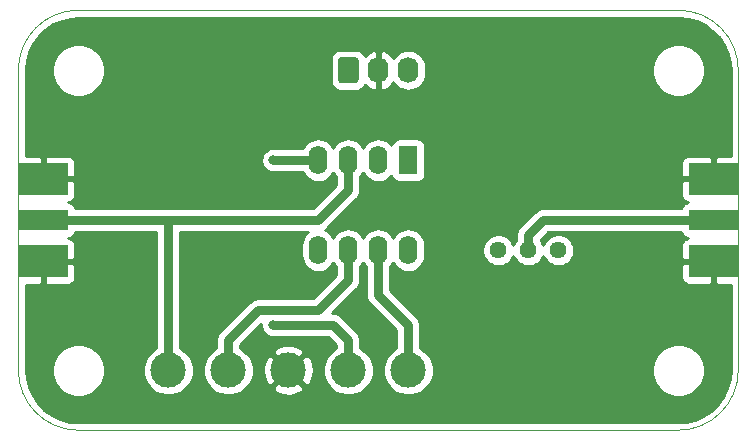
<source format=gbr>
G04 #@! TF.GenerationSoftware,KiCad,Pcbnew,5.1.8+dfsg1-1+b1*
G04 #@! TF.CreationDate,2021-02-01T12:52:58-06:00*
G04 #@! TF.ProjectId,DC_Amplifier,44435f41-6d70-46c6-9966-6965722e6b69,1.1.0*
G04 #@! TF.SameCoordinates,Original*
G04 #@! TF.FileFunction,Copper,L2,Bot*
G04 #@! TF.FilePolarity,Positive*
%FSLAX46Y46*%
G04 Gerber Fmt 4.6, Leading zero omitted, Abs format (unit mm)*
G04 Created by KiCad (PCBNEW 5.1.8+dfsg1-1+b1) date 2021-02-01 12:52:58*
%MOMM*%
%LPD*%
G01*
G04 APERTURE LIST*
G04 #@! TA.AperFunction,Profile*
%ADD10C,0.050000*%
G04 #@! TD*
G04 #@! TA.AperFunction,ComponentPad*
%ADD11C,3.000000*%
G04 #@! TD*
G04 #@! TA.AperFunction,ComponentPad*
%ADD12O,1.600000X2.400000*%
G04 #@! TD*
G04 #@! TA.AperFunction,ComponentPad*
%ADD13R,1.600000X2.400000*%
G04 #@! TD*
G04 #@! TA.AperFunction,ComponentPad*
%ADD14C,1.440000*%
G04 #@! TD*
G04 #@! TA.AperFunction,ComponentPad*
%ADD15O,1.740000X2.200000*%
G04 #@! TD*
G04 #@! TA.AperFunction,SMDPad,CuDef*
%ADD16R,4.191000X1.778000*%
G04 #@! TD*
G04 #@! TA.AperFunction,SMDPad,CuDef*
%ADD17R,4.191000X2.667000*%
G04 #@! TD*
G04 #@! TA.AperFunction,ViaPad*
%ADD18C,0.800000*%
G04 #@! TD*
G04 #@! TA.AperFunction,Conductor*
%ADD19C,0.762000*%
G04 #@! TD*
G04 #@! TA.AperFunction,Conductor*
%ADD20C,0.254000*%
G04 #@! TD*
G04 #@! TA.AperFunction,Conductor*
%ADD21C,0.100000*%
G04 #@! TD*
G04 APERTURE END LIST*
D10*
X127000000Y-71120000D02*
X76200000Y-71120000D01*
X132080000Y-101600000D02*
X132080000Y-76200000D01*
X76200000Y-106680000D02*
X127000000Y-106680000D01*
X71120000Y-76200000D02*
X71120000Y-101600000D01*
X132080000Y-101600000D02*
G75*
G02*
X127000000Y-106680000I-5080000J0D01*
G01*
X76200000Y-106680000D02*
G75*
G02*
X71120000Y-101600000I0J5080000D01*
G01*
X71120000Y-76200000D02*
G75*
G02*
X76200000Y-71120000I5080000J0D01*
G01*
X127000000Y-71120000D02*
G75*
G02*
X132080000Y-76200000I0J-5080000D01*
G01*
D11*
X104140000Y-101600000D03*
X99060000Y-101600000D03*
X93980000Y-101600000D03*
X88900000Y-101600000D03*
X83820000Y-101600000D03*
D12*
X104140000Y-91440000D03*
X96520000Y-83820000D03*
X101600000Y-91440000D03*
X99060000Y-83820000D03*
X99060000Y-91440000D03*
X101600000Y-83820000D03*
X96520000Y-91440000D03*
D13*
X104140000Y-83820000D03*
D14*
X111760000Y-91440000D03*
X114300000Y-91440000D03*
X116840000Y-91440000D03*
D15*
X104140000Y-76200000D03*
X101600000Y-76200000D03*
G04 #@! TA.AperFunction,ComponentPad*
G36*
G01*
X98190000Y-77050001D02*
X98190000Y-75349999D01*
G75*
G02*
X98439999Y-75100000I249999J0D01*
G01*
X99680001Y-75100000D01*
G75*
G02*
X99930000Y-75349999I0J-249999D01*
G01*
X99930000Y-77050001D01*
G75*
G02*
X99680001Y-77300000I-249999J0D01*
G01*
X98439999Y-77300000D01*
G75*
G02*
X98190000Y-77050001I0J249999D01*
G01*
G37*
G04 #@! TD.AperFunction*
D16*
X73215500Y-88900000D03*
D17*
X73215500Y-92392500D03*
X73215500Y-85407500D03*
D16*
X129984500Y-88900000D03*
D17*
X129984500Y-85407500D03*
X129984500Y-92392500D03*
D18*
X92710000Y-83820000D03*
X92710000Y-97790000D03*
D19*
X129984500Y-88900000D02*
X115570000Y-88900000D01*
X115570000Y-88900000D02*
X114300000Y-90170000D01*
X114300000Y-90170000D02*
X114300000Y-91440000D01*
X99060000Y-91440000D02*
X99060000Y-93980000D01*
X99060000Y-93980000D02*
X96520000Y-96520000D01*
X96520000Y-96520000D02*
X91440000Y-96520000D01*
X91440000Y-96520000D02*
X88900000Y-99060000D01*
X88900000Y-99060000D02*
X88900000Y-101600000D01*
X99060000Y-86360000D02*
X96520000Y-88900000D01*
X99060000Y-83820000D02*
X99060000Y-86360000D01*
X83820000Y-101600000D02*
X83820000Y-88900000D01*
X83820000Y-88900000D02*
X73215500Y-88900000D01*
X96520000Y-88900000D02*
X83820000Y-88900000D01*
X104140000Y-101600000D02*
X104140000Y-97790000D01*
X101600000Y-95250000D02*
X101600000Y-91440000D01*
X104140000Y-97790000D02*
X101600000Y-95250000D01*
X96520000Y-83820000D02*
X92710000Y-83820000D01*
X92710000Y-97790000D02*
X97790000Y-97790000D01*
X97790000Y-97790000D02*
X99060000Y-99060000D01*
X99060000Y-99060000D02*
X99060000Y-101600000D01*
D20*
X127782249Y-71852437D02*
X128539774Y-72059672D01*
X129248625Y-72397777D01*
X129886404Y-72856067D01*
X130432946Y-73420055D01*
X130870977Y-74071913D01*
X131186651Y-74791038D01*
X131371206Y-75559768D01*
X131420001Y-76224221D01*
X131420001Y-83437048D01*
X130270250Y-83439000D01*
X130111500Y-83597750D01*
X130111500Y-85280500D01*
X130131500Y-85280500D01*
X130131500Y-85534500D01*
X130111500Y-85534500D01*
X130111500Y-85554500D01*
X129857500Y-85554500D01*
X129857500Y-85534500D01*
X127412750Y-85534500D01*
X127254000Y-85693250D01*
X127250928Y-86741000D01*
X127263188Y-86865482D01*
X127299498Y-86985180D01*
X127358463Y-87095494D01*
X127437815Y-87192185D01*
X127534506Y-87271537D01*
X127644820Y-87330502D01*
X127764518Y-87366812D01*
X127857808Y-87376000D01*
X127764518Y-87385188D01*
X127644820Y-87421498D01*
X127534506Y-87480463D01*
X127437815Y-87559815D01*
X127358463Y-87656506D01*
X127299498Y-87766820D01*
X127263952Y-87884000D01*
X115619893Y-87884000D01*
X115569999Y-87879086D01*
X115520105Y-87884000D01*
X115520098Y-87884000D01*
X115370829Y-87898702D01*
X115179313Y-87956798D01*
X115002810Y-88051140D01*
X114848104Y-88178104D01*
X114816293Y-88216866D01*
X113616872Y-89416288D01*
X113578104Y-89448104D01*
X113451140Y-89602810D01*
X113356798Y-89779314D01*
X113315335Y-89916000D01*
X113298702Y-89970830D01*
X113279085Y-90170000D01*
X113284000Y-90219902D01*
X113284000Y-90539741D01*
X113247503Y-90576238D01*
X113099215Y-90798167D01*
X113030000Y-90965266D01*
X112960785Y-90798167D01*
X112812497Y-90576238D01*
X112623762Y-90387503D01*
X112401833Y-90239215D01*
X112155239Y-90137072D01*
X111893456Y-90085000D01*
X111626544Y-90085000D01*
X111364761Y-90137072D01*
X111118167Y-90239215D01*
X110896238Y-90387503D01*
X110707503Y-90576238D01*
X110559215Y-90798167D01*
X110457072Y-91044761D01*
X110405000Y-91306544D01*
X110405000Y-91573456D01*
X110457072Y-91835239D01*
X110559215Y-92081833D01*
X110707503Y-92303762D01*
X110896238Y-92492497D01*
X111118167Y-92640785D01*
X111364761Y-92742928D01*
X111626544Y-92795000D01*
X111893456Y-92795000D01*
X112155239Y-92742928D01*
X112401833Y-92640785D01*
X112623762Y-92492497D01*
X112812497Y-92303762D01*
X112960785Y-92081833D01*
X113030000Y-91914734D01*
X113099215Y-92081833D01*
X113247503Y-92303762D01*
X113436238Y-92492497D01*
X113658167Y-92640785D01*
X113904761Y-92742928D01*
X114166544Y-92795000D01*
X114433456Y-92795000D01*
X114695239Y-92742928D01*
X114941833Y-92640785D01*
X115163762Y-92492497D01*
X115352497Y-92303762D01*
X115500785Y-92081833D01*
X115570000Y-91914734D01*
X115639215Y-92081833D01*
X115787503Y-92303762D01*
X115976238Y-92492497D01*
X116198167Y-92640785D01*
X116444761Y-92742928D01*
X116706544Y-92795000D01*
X116973456Y-92795000D01*
X117235239Y-92742928D01*
X117481833Y-92640785D01*
X117703762Y-92492497D01*
X117892497Y-92303762D01*
X118040785Y-92081833D01*
X118142928Y-91835239D01*
X118195000Y-91573456D01*
X118195000Y-91306544D01*
X118142928Y-91044761D01*
X118040785Y-90798167D01*
X117892497Y-90576238D01*
X117703762Y-90387503D01*
X117481833Y-90239215D01*
X117235239Y-90137072D01*
X116973456Y-90085000D01*
X116706544Y-90085000D01*
X116444761Y-90137072D01*
X116198167Y-90239215D01*
X115976238Y-90387503D01*
X115787503Y-90576238D01*
X115639215Y-90798167D01*
X115570000Y-90965266D01*
X115500785Y-90798167D01*
X115352497Y-90576238D01*
X115341550Y-90565291D01*
X115990841Y-89916000D01*
X127263952Y-89916000D01*
X127299498Y-90033180D01*
X127358463Y-90143494D01*
X127437815Y-90240185D01*
X127534506Y-90319537D01*
X127644820Y-90378502D01*
X127764518Y-90414812D01*
X127857808Y-90424000D01*
X127764518Y-90433188D01*
X127644820Y-90469498D01*
X127534506Y-90528463D01*
X127437815Y-90607815D01*
X127358463Y-90704506D01*
X127299498Y-90814820D01*
X127263188Y-90934518D01*
X127250928Y-91059000D01*
X127254000Y-92106750D01*
X127412750Y-92265500D01*
X129857500Y-92265500D01*
X129857500Y-92245500D01*
X130111500Y-92245500D01*
X130111500Y-92265500D01*
X130131500Y-92265500D01*
X130131500Y-92519500D01*
X130111500Y-92519500D01*
X130111500Y-94202250D01*
X130270250Y-94361000D01*
X131420000Y-94362952D01*
X131420000Y-101570608D01*
X131347563Y-102382249D01*
X131140328Y-103139774D01*
X130802221Y-103848627D01*
X130343928Y-104486410D01*
X129779945Y-105032946D01*
X129128085Y-105470978D01*
X128408963Y-105786651D01*
X127640232Y-105971206D01*
X126975792Y-106020000D01*
X76229392Y-106020000D01*
X75417751Y-105947563D01*
X74660226Y-105740328D01*
X73951373Y-105402221D01*
X73313590Y-104943928D01*
X72767054Y-104379945D01*
X72329022Y-103728085D01*
X72013349Y-103008963D01*
X71828794Y-102240232D01*
X71780000Y-101575792D01*
X71780000Y-101379872D01*
X73965000Y-101379872D01*
X73965000Y-101820128D01*
X74050890Y-102251925D01*
X74219369Y-102658669D01*
X74463962Y-103024729D01*
X74775271Y-103336038D01*
X75141331Y-103580631D01*
X75548075Y-103749110D01*
X75979872Y-103835000D01*
X76420128Y-103835000D01*
X76851925Y-103749110D01*
X77258669Y-103580631D01*
X77624729Y-103336038D01*
X77936038Y-103024729D01*
X78180631Y-102658669D01*
X78349110Y-102251925D01*
X78435000Y-101820128D01*
X78435000Y-101379872D01*
X78349110Y-100948075D01*
X78180631Y-100541331D01*
X77936038Y-100175271D01*
X77624729Y-99863962D01*
X77258669Y-99619369D01*
X76851925Y-99450890D01*
X76420128Y-99365000D01*
X75979872Y-99365000D01*
X75548075Y-99450890D01*
X75141331Y-99619369D01*
X74775271Y-99863962D01*
X74463962Y-100175271D01*
X74219369Y-100541331D01*
X74050890Y-100948075D01*
X73965000Y-101379872D01*
X71780000Y-101379872D01*
X71780000Y-94362952D01*
X72929750Y-94361000D01*
X73088500Y-94202250D01*
X73088500Y-92519500D01*
X73342500Y-92519500D01*
X73342500Y-94202250D01*
X73501250Y-94361000D01*
X75311000Y-94364072D01*
X75435482Y-94351812D01*
X75555180Y-94315502D01*
X75665494Y-94256537D01*
X75762185Y-94177185D01*
X75841537Y-94080494D01*
X75900502Y-93970180D01*
X75936812Y-93850482D01*
X75949072Y-93726000D01*
X75946000Y-92678250D01*
X75787250Y-92519500D01*
X73342500Y-92519500D01*
X73088500Y-92519500D01*
X73068500Y-92519500D01*
X73068500Y-92265500D01*
X73088500Y-92265500D01*
X73088500Y-92245500D01*
X73342500Y-92245500D01*
X73342500Y-92265500D01*
X75787250Y-92265500D01*
X75946000Y-92106750D01*
X75949072Y-91059000D01*
X75936812Y-90934518D01*
X75900502Y-90814820D01*
X75841537Y-90704506D01*
X75762185Y-90607815D01*
X75665494Y-90528463D01*
X75555180Y-90469498D01*
X75435482Y-90433188D01*
X75342192Y-90424000D01*
X75435482Y-90414812D01*
X75555180Y-90378502D01*
X75665494Y-90319537D01*
X75762185Y-90240185D01*
X75841537Y-90143494D01*
X75900502Y-90033180D01*
X75936048Y-89916000D01*
X82804001Y-89916000D01*
X82804000Y-99711127D01*
X82459017Y-99941637D01*
X82161637Y-100239017D01*
X81927988Y-100588698D01*
X81767047Y-100977244D01*
X81685000Y-101389721D01*
X81685000Y-101810279D01*
X81767047Y-102222756D01*
X81927988Y-102611302D01*
X82161637Y-102960983D01*
X82459017Y-103258363D01*
X82808698Y-103492012D01*
X83197244Y-103652953D01*
X83609721Y-103735000D01*
X84030279Y-103735000D01*
X84442756Y-103652953D01*
X84831302Y-103492012D01*
X85180983Y-103258363D01*
X85478363Y-102960983D01*
X85712012Y-102611302D01*
X85872953Y-102222756D01*
X85955000Y-101810279D01*
X85955000Y-101389721D01*
X85872953Y-100977244D01*
X85712012Y-100588698D01*
X85478363Y-100239017D01*
X85180983Y-99941637D01*
X84836000Y-99711127D01*
X84836000Y-89916000D01*
X95627595Y-89916000D01*
X95500393Y-90020392D01*
X95321068Y-90238899D01*
X95187818Y-90488192D01*
X95105764Y-90758691D01*
X95085000Y-90969508D01*
X95085000Y-91910491D01*
X95105764Y-92121308D01*
X95187818Y-92391807D01*
X95321068Y-92641100D01*
X95500392Y-92859607D01*
X95718899Y-93038932D01*
X95968192Y-93172182D01*
X96238691Y-93254236D01*
X96520000Y-93281943D01*
X96801308Y-93254236D01*
X97071807Y-93172182D01*
X97321100Y-93038932D01*
X97539607Y-92859608D01*
X97718932Y-92641101D01*
X97790000Y-92508142D01*
X97861068Y-92641100D01*
X98040392Y-92859607D01*
X98044001Y-92862568D01*
X98044001Y-93559158D01*
X96099160Y-95504000D01*
X91489893Y-95504000D01*
X91439999Y-95499086D01*
X91390105Y-95504000D01*
X91390098Y-95504000D01*
X91260177Y-95516796D01*
X91240828Y-95518702D01*
X91182732Y-95536326D01*
X91049313Y-95576798D01*
X90872810Y-95671140D01*
X90718104Y-95798104D01*
X90686293Y-95836866D01*
X88216872Y-98306288D01*
X88178104Y-98338104D01*
X88051140Y-98492810D01*
X87956798Y-98669314D01*
X87915335Y-98806000D01*
X87898702Y-98860830D01*
X87879085Y-99060000D01*
X87884000Y-99109902D01*
X87884000Y-99711127D01*
X87539017Y-99941637D01*
X87241637Y-100239017D01*
X87007988Y-100588698D01*
X86847047Y-100977244D01*
X86765000Y-101389721D01*
X86765000Y-101810279D01*
X86847047Y-102222756D01*
X87007988Y-102611302D01*
X87241637Y-102960983D01*
X87539017Y-103258363D01*
X87888698Y-103492012D01*
X88277244Y-103652953D01*
X88689721Y-103735000D01*
X89110279Y-103735000D01*
X89522756Y-103652953D01*
X89911302Y-103492012D01*
X90260983Y-103258363D01*
X90427693Y-103091653D01*
X92667952Y-103091653D01*
X92823962Y-103407214D01*
X93198745Y-103598020D01*
X93603551Y-103712044D01*
X94022824Y-103744902D01*
X94440451Y-103695334D01*
X94840383Y-103565243D01*
X95136038Y-103407214D01*
X95292048Y-103091653D01*
X93980000Y-101779605D01*
X92667952Y-103091653D01*
X90427693Y-103091653D01*
X90558363Y-102960983D01*
X90792012Y-102611302D01*
X90952953Y-102222756D01*
X91035000Y-101810279D01*
X91035000Y-101642824D01*
X91835098Y-101642824D01*
X91884666Y-102060451D01*
X92014757Y-102460383D01*
X92172786Y-102756038D01*
X92488347Y-102912048D01*
X93800395Y-101600000D01*
X94159605Y-101600000D01*
X95471653Y-102912048D01*
X95787214Y-102756038D01*
X95978020Y-102381255D01*
X96092044Y-101976449D01*
X96124902Y-101557176D01*
X96075334Y-101139549D01*
X95945243Y-100739617D01*
X95787214Y-100443962D01*
X95471653Y-100287952D01*
X94159605Y-101600000D01*
X93800395Y-101600000D01*
X92488347Y-100287952D01*
X92172786Y-100443962D01*
X91981980Y-100818745D01*
X91867956Y-101223551D01*
X91835098Y-101642824D01*
X91035000Y-101642824D01*
X91035000Y-101389721D01*
X90952953Y-100977244D01*
X90792012Y-100588698D01*
X90558363Y-100239017D01*
X90427693Y-100108347D01*
X92667952Y-100108347D01*
X93980000Y-101420395D01*
X95292048Y-100108347D01*
X95136038Y-99792786D01*
X94761255Y-99601980D01*
X94356449Y-99487956D01*
X93937176Y-99455098D01*
X93519549Y-99504666D01*
X93119617Y-99634757D01*
X92823962Y-99792786D01*
X92667952Y-100108347D01*
X90427693Y-100108347D01*
X90260983Y-99941637D01*
X89916000Y-99711127D01*
X89916000Y-99480840D01*
X91675000Y-97721841D01*
X91675000Y-97891939D01*
X91714774Y-98091898D01*
X91792795Y-98280256D01*
X91906063Y-98449774D01*
X92050226Y-98593937D01*
X92219744Y-98707205D01*
X92408102Y-98785226D01*
X92608061Y-98825000D01*
X92811939Y-98825000D01*
X92907459Y-98806000D01*
X97369160Y-98806000D01*
X98044000Y-99480841D01*
X98044000Y-99711127D01*
X97699017Y-99941637D01*
X97401637Y-100239017D01*
X97167988Y-100588698D01*
X97007047Y-100977244D01*
X96925000Y-101389721D01*
X96925000Y-101810279D01*
X97007047Y-102222756D01*
X97167988Y-102611302D01*
X97401637Y-102960983D01*
X97699017Y-103258363D01*
X98048698Y-103492012D01*
X98437244Y-103652953D01*
X98849721Y-103735000D01*
X99270279Y-103735000D01*
X99682756Y-103652953D01*
X100071302Y-103492012D01*
X100420983Y-103258363D01*
X100718363Y-102960983D01*
X100952012Y-102611302D01*
X101112953Y-102222756D01*
X101195000Y-101810279D01*
X101195000Y-101389721D01*
X101112953Y-100977244D01*
X100952012Y-100588698D01*
X100718363Y-100239017D01*
X100420983Y-99941637D01*
X100076000Y-99711127D01*
X100076000Y-99109893D01*
X100080914Y-99059999D01*
X100076000Y-99010105D01*
X100076000Y-99010098D01*
X100061298Y-98860829D01*
X100003202Y-98669313D01*
X99908860Y-98492810D01*
X99781896Y-98338104D01*
X99743133Y-98306292D01*
X98543712Y-97106872D01*
X98511896Y-97068104D01*
X98357190Y-96941140D01*
X98180687Y-96846798D01*
X97989171Y-96788702D01*
X97839902Y-96774000D01*
X97790000Y-96769085D01*
X97740098Y-96774000D01*
X97702840Y-96774000D01*
X99743133Y-94733708D01*
X99781896Y-94701896D01*
X99908860Y-94547190D01*
X100003202Y-94370687D01*
X100061298Y-94179171D01*
X100076000Y-94029902D01*
X100076000Y-94029895D01*
X100080914Y-93980001D01*
X100076000Y-93930107D01*
X100076000Y-92862568D01*
X100079607Y-92859608D01*
X100258932Y-92641101D01*
X100330000Y-92508142D01*
X100401068Y-92641100D01*
X100580392Y-92859607D01*
X100584001Y-92862569D01*
X100584000Y-95200098D01*
X100579085Y-95250000D01*
X100584000Y-95299901D01*
X100598702Y-95449170D01*
X100656798Y-95640686D01*
X100751140Y-95817190D01*
X100878104Y-95971896D01*
X100916872Y-96003712D01*
X103124001Y-98210842D01*
X103124000Y-99711127D01*
X102779017Y-99941637D01*
X102481637Y-100239017D01*
X102247988Y-100588698D01*
X102087047Y-100977244D01*
X102005000Y-101389721D01*
X102005000Y-101810279D01*
X102087047Y-102222756D01*
X102247988Y-102611302D01*
X102481637Y-102960983D01*
X102779017Y-103258363D01*
X103128698Y-103492012D01*
X103517244Y-103652953D01*
X103929721Y-103735000D01*
X104350279Y-103735000D01*
X104762756Y-103652953D01*
X105151302Y-103492012D01*
X105500983Y-103258363D01*
X105798363Y-102960983D01*
X106032012Y-102611302D01*
X106192953Y-102222756D01*
X106275000Y-101810279D01*
X106275000Y-101389721D01*
X106273041Y-101379872D01*
X124765000Y-101379872D01*
X124765000Y-101820128D01*
X124850890Y-102251925D01*
X125019369Y-102658669D01*
X125263962Y-103024729D01*
X125575271Y-103336038D01*
X125941331Y-103580631D01*
X126348075Y-103749110D01*
X126779872Y-103835000D01*
X127220128Y-103835000D01*
X127651925Y-103749110D01*
X128058669Y-103580631D01*
X128424729Y-103336038D01*
X128736038Y-103024729D01*
X128980631Y-102658669D01*
X129149110Y-102251925D01*
X129235000Y-101820128D01*
X129235000Y-101379872D01*
X129149110Y-100948075D01*
X128980631Y-100541331D01*
X128736038Y-100175271D01*
X128424729Y-99863962D01*
X128058669Y-99619369D01*
X127651925Y-99450890D01*
X127220128Y-99365000D01*
X126779872Y-99365000D01*
X126348075Y-99450890D01*
X125941331Y-99619369D01*
X125575271Y-99863962D01*
X125263962Y-100175271D01*
X125019369Y-100541331D01*
X124850890Y-100948075D01*
X124765000Y-101379872D01*
X106273041Y-101379872D01*
X106192953Y-100977244D01*
X106032012Y-100588698D01*
X105798363Y-100239017D01*
X105500983Y-99941637D01*
X105156000Y-99711127D01*
X105156000Y-97839893D01*
X105160914Y-97789999D01*
X105156000Y-97740105D01*
X105156000Y-97740098D01*
X105141298Y-97590829D01*
X105083202Y-97399313D01*
X104988860Y-97222810D01*
X104861896Y-97068104D01*
X104823133Y-97036292D01*
X102616000Y-94829160D01*
X102616000Y-93726000D01*
X127250928Y-93726000D01*
X127263188Y-93850482D01*
X127299498Y-93970180D01*
X127358463Y-94080494D01*
X127437815Y-94177185D01*
X127534506Y-94256537D01*
X127644820Y-94315502D01*
X127764518Y-94351812D01*
X127889000Y-94364072D01*
X129698750Y-94361000D01*
X129857500Y-94202250D01*
X129857500Y-92519500D01*
X127412750Y-92519500D01*
X127254000Y-92678250D01*
X127250928Y-93726000D01*
X102616000Y-93726000D01*
X102616000Y-92862568D01*
X102619607Y-92859608D01*
X102798932Y-92641101D01*
X102870000Y-92508142D01*
X102941068Y-92641100D01*
X103120392Y-92859607D01*
X103338899Y-93038932D01*
X103588192Y-93172182D01*
X103858691Y-93254236D01*
X104140000Y-93281943D01*
X104421308Y-93254236D01*
X104691807Y-93172182D01*
X104941100Y-93038932D01*
X105159607Y-92859608D01*
X105338932Y-92641101D01*
X105472182Y-92391808D01*
X105554236Y-92121309D01*
X105575000Y-91910492D01*
X105575000Y-90969509D01*
X105554236Y-90758691D01*
X105472182Y-90488192D01*
X105338932Y-90238899D01*
X105159608Y-90020392D01*
X104941101Y-89841068D01*
X104691808Y-89707818D01*
X104421309Y-89625764D01*
X104140000Y-89598057D01*
X103858692Y-89625764D01*
X103588193Y-89707818D01*
X103338900Y-89841068D01*
X103120393Y-90020392D01*
X102941068Y-90238899D01*
X102870000Y-90371858D01*
X102798932Y-90238899D01*
X102619608Y-90020392D01*
X102401101Y-89841068D01*
X102151808Y-89707818D01*
X101881309Y-89625764D01*
X101600000Y-89598057D01*
X101318692Y-89625764D01*
X101048193Y-89707818D01*
X100798900Y-89841068D01*
X100580393Y-90020392D01*
X100401068Y-90238899D01*
X100330000Y-90371858D01*
X100258932Y-90238899D01*
X100079608Y-90020392D01*
X99861101Y-89841068D01*
X99611808Y-89707818D01*
X99341309Y-89625764D01*
X99060000Y-89598057D01*
X98778692Y-89625764D01*
X98508193Y-89707818D01*
X98258900Y-89841068D01*
X98040393Y-90020392D01*
X97861068Y-90238899D01*
X97790000Y-90371858D01*
X97718932Y-90238899D01*
X97539608Y-90020392D01*
X97321101Y-89841068D01*
X97111408Y-89728985D01*
X97241896Y-89621896D01*
X97273712Y-89583128D01*
X99743133Y-87113708D01*
X99781896Y-87081896D01*
X99908860Y-86927190D01*
X100003202Y-86750687D01*
X100061298Y-86559171D01*
X100076000Y-86409902D01*
X100076000Y-86409895D01*
X100080914Y-86360001D01*
X100076000Y-86310107D01*
X100076000Y-85242568D01*
X100079607Y-85239608D01*
X100258932Y-85021101D01*
X100330000Y-84888142D01*
X100401068Y-85021100D01*
X100580392Y-85239607D01*
X100798899Y-85418932D01*
X101048192Y-85552182D01*
X101318691Y-85634236D01*
X101600000Y-85661943D01*
X101881308Y-85634236D01*
X102151807Y-85552182D01*
X102401100Y-85418932D01*
X102619607Y-85239608D01*
X102712419Y-85126517D01*
X102714188Y-85144482D01*
X102750498Y-85264180D01*
X102809463Y-85374494D01*
X102888815Y-85471185D01*
X102985506Y-85550537D01*
X103095820Y-85609502D01*
X103215518Y-85645812D01*
X103340000Y-85658072D01*
X104940000Y-85658072D01*
X105064482Y-85645812D01*
X105184180Y-85609502D01*
X105294494Y-85550537D01*
X105391185Y-85471185D01*
X105470537Y-85374494D01*
X105529502Y-85264180D01*
X105565812Y-85144482D01*
X105578072Y-85020000D01*
X105578072Y-84074000D01*
X127250928Y-84074000D01*
X127254000Y-85121750D01*
X127412750Y-85280500D01*
X129857500Y-85280500D01*
X129857500Y-83597750D01*
X129698750Y-83439000D01*
X127889000Y-83435928D01*
X127764518Y-83448188D01*
X127644820Y-83484498D01*
X127534506Y-83543463D01*
X127437815Y-83622815D01*
X127358463Y-83719506D01*
X127299498Y-83829820D01*
X127263188Y-83949518D01*
X127250928Y-84074000D01*
X105578072Y-84074000D01*
X105578072Y-82620000D01*
X105565812Y-82495518D01*
X105529502Y-82375820D01*
X105470537Y-82265506D01*
X105391185Y-82168815D01*
X105294494Y-82089463D01*
X105184180Y-82030498D01*
X105064482Y-81994188D01*
X104940000Y-81981928D01*
X103340000Y-81981928D01*
X103215518Y-81994188D01*
X103095820Y-82030498D01*
X102985506Y-82089463D01*
X102888815Y-82168815D01*
X102809463Y-82265506D01*
X102750498Y-82375820D01*
X102714188Y-82495518D01*
X102712419Y-82513482D01*
X102619608Y-82400392D01*
X102401101Y-82221068D01*
X102151808Y-82087818D01*
X101881309Y-82005764D01*
X101600000Y-81978057D01*
X101318692Y-82005764D01*
X101048193Y-82087818D01*
X100798900Y-82221068D01*
X100580393Y-82400392D01*
X100401068Y-82618899D01*
X100330000Y-82751858D01*
X100258932Y-82618899D01*
X100079608Y-82400392D01*
X99861101Y-82221068D01*
X99611808Y-82087818D01*
X99341309Y-82005764D01*
X99060000Y-81978057D01*
X98778692Y-82005764D01*
X98508193Y-82087818D01*
X98258900Y-82221068D01*
X98040393Y-82400392D01*
X97861068Y-82618899D01*
X97790000Y-82751858D01*
X97718932Y-82618899D01*
X97539608Y-82400392D01*
X97321101Y-82221068D01*
X97071808Y-82087818D01*
X96801309Y-82005764D01*
X96520000Y-81978057D01*
X96238692Y-82005764D01*
X95968193Y-82087818D01*
X95718900Y-82221068D01*
X95500393Y-82400392D01*
X95321068Y-82618899D01*
X95222129Y-82804000D01*
X92907459Y-82804000D01*
X92811939Y-82785000D01*
X92608061Y-82785000D01*
X92408102Y-82824774D01*
X92219744Y-82902795D01*
X92050226Y-83016063D01*
X91906063Y-83160226D01*
X91792795Y-83329744D01*
X91714774Y-83518102D01*
X91675000Y-83718061D01*
X91675000Y-83921939D01*
X91714774Y-84121898D01*
X91792795Y-84310256D01*
X91906063Y-84479774D01*
X92050226Y-84623937D01*
X92219744Y-84737205D01*
X92408102Y-84815226D01*
X92608061Y-84855000D01*
X92811939Y-84855000D01*
X92907459Y-84836000D01*
X95222130Y-84836000D01*
X95321068Y-85021100D01*
X95500392Y-85239607D01*
X95718899Y-85418932D01*
X95968192Y-85552182D01*
X96238691Y-85634236D01*
X96520000Y-85661943D01*
X96801308Y-85634236D01*
X97071807Y-85552182D01*
X97321100Y-85418932D01*
X97539607Y-85239608D01*
X97718932Y-85021101D01*
X97790000Y-84888142D01*
X97861068Y-85021100D01*
X98040392Y-85239607D01*
X98044001Y-85242568D01*
X98044001Y-85939158D01*
X96099160Y-87884000D01*
X83869902Y-87884000D01*
X83820000Y-87879085D01*
X83770098Y-87884000D01*
X75936048Y-87884000D01*
X75900502Y-87766820D01*
X75841537Y-87656506D01*
X75762185Y-87559815D01*
X75665494Y-87480463D01*
X75555180Y-87421498D01*
X75435482Y-87385188D01*
X75342192Y-87376000D01*
X75435482Y-87366812D01*
X75555180Y-87330502D01*
X75665494Y-87271537D01*
X75762185Y-87192185D01*
X75841537Y-87095494D01*
X75900502Y-86985180D01*
X75936812Y-86865482D01*
X75949072Y-86741000D01*
X75946000Y-85693250D01*
X75787250Y-85534500D01*
X73342500Y-85534500D01*
X73342500Y-85554500D01*
X73088500Y-85554500D01*
X73088500Y-85534500D01*
X73068500Y-85534500D01*
X73068500Y-85280500D01*
X73088500Y-85280500D01*
X73088500Y-83597750D01*
X73342500Y-83597750D01*
X73342500Y-85280500D01*
X75787250Y-85280500D01*
X75946000Y-85121750D01*
X75949072Y-84074000D01*
X75936812Y-83949518D01*
X75900502Y-83829820D01*
X75841537Y-83719506D01*
X75762185Y-83622815D01*
X75665494Y-83543463D01*
X75555180Y-83484498D01*
X75435482Y-83448188D01*
X75311000Y-83435928D01*
X73501250Y-83439000D01*
X73342500Y-83597750D01*
X73088500Y-83597750D01*
X72929750Y-83439000D01*
X71780000Y-83437048D01*
X71780000Y-76229392D01*
X71802269Y-75979872D01*
X73965000Y-75979872D01*
X73965000Y-76420128D01*
X74050890Y-76851925D01*
X74219369Y-77258669D01*
X74463962Y-77624729D01*
X74775271Y-77936038D01*
X75141331Y-78180631D01*
X75548075Y-78349110D01*
X75979872Y-78435000D01*
X76420128Y-78435000D01*
X76851925Y-78349110D01*
X77258669Y-78180631D01*
X77624729Y-77936038D01*
X77936038Y-77624729D01*
X78180631Y-77258669D01*
X78349110Y-76851925D01*
X78435000Y-76420128D01*
X78435000Y-75979872D01*
X78349110Y-75548075D01*
X78267065Y-75349999D01*
X97551928Y-75349999D01*
X97551928Y-77050001D01*
X97568992Y-77223255D01*
X97619528Y-77389851D01*
X97701595Y-77543387D01*
X97812038Y-77677962D01*
X97946613Y-77788405D01*
X98100149Y-77870472D01*
X98266745Y-77921008D01*
X98439999Y-77938072D01*
X99680001Y-77938072D01*
X99853255Y-77921008D01*
X100019851Y-77870472D01*
X100173387Y-77788405D01*
X100307962Y-77677962D01*
X100418405Y-77543387D01*
X100476507Y-77434686D01*
X100629506Y-77590536D01*
X100874563Y-77757571D01*
X101147498Y-77873588D01*
X101239969Y-77891302D01*
X101473000Y-77770246D01*
X101473000Y-76327000D01*
X101453000Y-76327000D01*
X101453000Y-76073000D01*
X101473000Y-76073000D01*
X101473000Y-74629754D01*
X101727000Y-74629754D01*
X101727000Y-76073000D01*
X101747000Y-76073000D01*
X101747000Y-76327000D01*
X101727000Y-76327000D01*
X101727000Y-77770246D01*
X101960031Y-77891302D01*
X102052502Y-77873588D01*
X102325437Y-77757571D01*
X102570494Y-77590536D01*
X102778256Y-77378903D01*
X102867698Y-77242331D01*
X102882583Y-77270179D01*
X103070655Y-77499345D01*
X103299822Y-77687417D01*
X103561276Y-77827166D01*
X103844969Y-77913224D01*
X104140000Y-77942282D01*
X104435032Y-77913224D01*
X104718725Y-77827166D01*
X104980179Y-77687417D01*
X105209345Y-77499345D01*
X105397417Y-77270179D01*
X105537166Y-77008724D01*
X105623224Y-76725031D01*
X105645000Y-76503935D01*
X105645000Y-75979872D01*
X124765000Y-75979872D01*
X124765000Y-76420128D01*
X124850890Y-76851925D01*
X125019369Y-77258669D01*
X125263962Y-77624729D01*
X125575271Y-77936038D01*
X125941331Y-78180631D01*
X126348075Y-78349110D01*
X126779872Y-78435000D01*
X127220128Y-78435000D01*
X127651925Y-78349110D01*
X128058669Y-78180631D01*
X128424729Y-77936038D01*
X128736038Y-77624729D01*
X128980631Y-77258669D01*
X129149110Y-76851925D01*
X129235000Y-76420128D01*
X129235000Y-75979872D01*
X129149110Y-75548075D01*
X128980631Y-75141331D01*
X128736038Y-74775271D01*
X128424729Y-74463962D01*
X128058669Y-74219369D01*
X127651925Y-74050890D01*
X127220128Y-73965000D01*
X126779872Y-73965000D01*
X126348075Y-74050890D01*
X125941331Y-74219369D01*
X125575271Y-74463962D01*
X125263962Y-74775271D01*
X125019369Y-75141331D01*
X124850890Y-75548075D01*
X124765000Y-75979872D01*
X105645000Y-75979872D01*
X105645000Y-75896064D01*
X105623224Y-75674968D01*
X105537166Y-75391275D01*
X105397417Y-75129821D01*
X105209345Y-74900655D01*
X104980178Y-74712583D01*
X104718724Y-74572834D01*
X104435031Y-74486776D01*
X104140000Y-74457718D01*
X103844968Y-74486776D01*
X103561275Y-74572834D01*
X103299821Y-74712583D01*
X103070655Y-74900655D01*
X102882583Y-75129822D01*
X102867698Y-75157669D01*
X102778256Y-75021097D01*
X102570494Y-74809464D01*
X102325437Y-74642429D01*
X102052502Y-74526412D01*
X101960031Y-74508698D01*
X101727000Y-74629754D01*
X101473000Y-74629754D01*
X101239969Y-74508698D01*
X101147498Y-74526412D01*
X100874563Y-74642429D01*
X100629506Y-74809464D01*
X100476507Y-74965314D01*
X100418405Y-74856613D01*
X100307962Y-74722038D01*
X100173387Y-74611595D01*
X100019851Y-74529528D01*
X99853255Y-74478992D01*
X99680001Y-74461928D01*
X98439999Y-74461928D01*
X98266745Y-74478992D01*
X98100149Y-74529528D01*
X97946613Y-74611595D01*
X97812038Y-74722038D01*
X97701595Y-74856613D01*
X97619528Y-75010149D01*
X97568992Y-75176745D01*
X97551928Y-75349999D01*
X78267065Y-75349999D01*
X78180631Y-75141331D01*
X77936038Y-74775271D01*
X77624729Y-74463962D01*
X77258669Y-74219369D01*
X76851925Y-74050890D01*
X76420128Y-73965000D01*
X75979872Y-73965000D01*
X75548075Y-74050890D01*
X75141331Y-74219369D01*
X74775271Y-74463962D01*
X74463962Y-74775271D01*
X74219369Y-75141331D01*
X74050890Y-75548075D01*
X73965000Y-75979872D01*
X71802269Y-75979872D01*
X71852437Y-75417751D01*
X72059672Y-74660226D01*
X72397777Y-73951375D01*
X72856067Y-73313596D01*
X73420055Y-72767054D01*
X74071913Y-72329023D01*
X74791038Y-72013349D01*
X75559768Y-71828794D01*
X76224207Y-71780000D01*
X126970608Y-71780000D01*
X127782249Y-71852437D01*
G04 #@! TA.AperFunction,Conductor*
D21*
G36*
X127782249Y-71852437D02*
G01*
X128539774Y-72059672D01*
X129248625Y-72397777D01*
X129886404Y-72856067D01*
X130432946Y-73420055D01*
X130870977Y-74071913D01*
X131186651Y-74791038D01*
X131371206Y-75559768D01*
X131420001Y-76224221D01*
X131420001Y-83437048D01*
X130270250Y-83439000D01*
X130111500Y-83597750D01*
X130111500Y-85280500D01*
X130131500Y-85280500D01*
X130131500Y-85534500D01*
X130111500Y-85534500D01*
X130111500Y-85554500D01*
X129857500Y-85554500D01*
X129857500Y-85534500D01*
X127412750Y-85534500D01*
X127254000Y-85693250D01*
X127250928Y-86741000D01*
X127263188Y-86865482D01*
X127299498Y-86985180D01*
X127358463Y-87095494D01*
X127437815Y-87192185D01*
X127534506Y-87271537D01*
X127644820Y-87330502D01*
X127764518Y-87366812D01*
X127857808Y-87376000D01*
X127764518Y-87385188D01*
X127644820Y-87421498D01*
X127534506Y-87480463D01*
X127437815Y-87559815D01*
X127358463Y-87656506D01*
X127299498Y-87766820D01*
X127263952Y-87884000D01*
X115619893Y-87884000D01*
X115569999Y-87879086D01*
X115520105Y-87884000D01*
X115520098Y-87884000D01*
X115370829Y-87898702D01*
X115179313Y-87956798D01*
X115002810Y-88051140D01*
X114848104Y-88178104D01*
X114816293Y-88216866D01*
X113616872Y-89416288D01*
X113578104Y-89448104D01*
X113451140Y-89602810D01*
X113356798Y-89779314D01*
X113315335Y-89916000D01*
X113298702Y-89970830D01*
X113279085Y-90170000D01*
X113284000Y-90219902D01*
X113284000Y-90539741D01*
X113247503Y-90576238D01*
X113099215Y-90798167D01*
X113030000Y-90965266D01*
X112960785Y-90798167D01*
X112812497Y-90576238D01*
X112623762Y-90387503D01*
X112401833Y-90239215D01*
X112155239Y-90137072D01*
X111893456Y-90085000D01*
X111626544Y-90085000D01*
X111364761Y-90137072D01*
X111118167Y-90239215D01*
X110896238Y-90387503D01*
X110707503Y-90576238D01*
X110559215Y-90798167D01*
X110457072Y-91044761D01*
X110405000Y-91306544D01*
X110405000Y-91573456D01*
X110457072Y-91835239D01*
X110559215Y-92081833D01*
X110707503Y-92303762D01*
X110896238Y-92492497D01*
X111118167Y-92640785D01*
X111364761Y-92742928D01*
X111626544Y-92795000D01*
X111893456Y-92795000D01*
X112155239Y-92742928D01*
X112401833Y-92640785D01*
X112623762Y-92492497D01*
X112812497Y-92303762D01*
X112960785Y-92081833D01*
X113030000Y-91914734D01*
X113099215Y-92081833D01*
X113247503Y-92303762D01*
X113436238Y-92492497D01*
X113658167Y-92640785D01*
X113904761Y-92742928D01*
X114166544Y-92795000D01*
X114433456Y-92795000D01*
X114695239Y-92742928D01*
X114941833Y-92640785D01*
X115163762Y-92492497D01*
X115352497Y-92303762D01*
X115500785Y-92081833D01*
X115570000Y-91914734D01*
X115639215Y-92081833D01*
X115787503Y-92303762D01*
X115976238Y-92492497D01*
X116198167Y-92640785D01*
X116444761Y-92742928D01*
X116706544Y-92795000D01*
X116973456Y-92795000D01*
X117235239Y-92742928D01*
X117481833Y-92640785D01*
X117703762Y-92492497D01*
X117892497Y-92303762D01*
X118040785Y-92081833D01*
X118142928Y-91835239D01*
X118195000Y-91573456D01*
X118195000Y-91306544D01*
X118142928Y-91044761D01*
X118040785Y-90798167D01*
X117892497Y-90576238D01*
X117703762Y-90387503D01*
X117481833Y-90239215D01*
X117235239Y-90137072D01*
X116973456Y-90085000D01*
X116706544Y-90085000D01*
X116444761Y-90137072D01*
X116198167Y-90239215D01*
X115976238Y-90387503D01*
X115787503Y-90576238D01*
X115639215Y-90798167D01*
X115570000Y-90965266D01*
X115500785Y-90798167D01*
X115352497Y-90576238D01*
X115341550Y-90565291D01*
X115990841Y-89916000D01*
X127263952Y-89916000D01*
X127299498Y-90033180D01*
X127358463Y-90143494D01*
X127437815Y-90240185D01*
X127534506Y-90319537D01*
X127644820Y-90378502D01*
X127764518Y-90414812D01*
X127857808Y-90424000D01*
X127764518Y-90433188D01*
X127644820Y-90469498D01*
X127534506Y-90528463D01*
X127437815Y-90607815D01*
X127358463Y-90704506D01*
X127299498Y-90814820D01*
X127263188Y-90934518D01*
X127250928Y-91059000D01*
X127254000Y-92106750D01*
X127412750Y-92265500D01*
X129857500Y-92265500D01*
X129857500Y-92245500D01*
X130111500Y-92245500D01*
X130111500Y-92265500D01*
X130131500Y-92265500D01*
X130131500Y-92519500D01*
X130111500Y-92519500D01*
X130111500Y-94202250D01*
X130270250Y-94361000D01*
X131420000Y-94362952D01*
X131420000Y-101570608D01*
X131347563Y-102382249D01*
X131140328Y-103139774D01*
X130802221Y-103848627D01*
X130343928Y-104486410D01*
X129779945Y-105032946D01*
X129128085Y-105470978D01*
X128408963Y-105786651D01*
X127640232Y-105971206D01*
X126975792Y-106020000D01*
X76229392Y-106020000D01*
X75417751Y-105947563D01*
X74660226Y-105740328D01*
X73951373Y-105402221D01*
X73313590Y-104943928D01*
X72767054Y-104379945D01*
X72329022Y-103728085D01*
X72013349Y-103008963D01*
X71828794Y-102240232D01*
X71780000Y-101575792D01*
X71780000Y-101379872D01*
X73965000Y-101379872D01*
X73965000Y-101820128D01*
X74050890Y-102251925D01*
X74219369Y-102658669D01*
X74463962Y-103024729D01*
X74775271Y-103336038D01*
X75141331Y-103580631D01*
X75548075Y-103749110D01*
X75979872Y-103835000D01*
X76420128Y-103835000D01*
X76851925Y-103749110D01*
X77258669Y-103580631D01*
X77624729Y-103336038D01*
X77936038Y-103024729D01*
X78180631Y-102658669D01*
X78349110Y-102251925D01*
X78435000Y-101820128D01*
X78435000Y-101379872D01*
X78349110Y-100948075D01*
X78180631Y-100541331D01*
X77936038Y-100175271D01*
X77624729Y-99863962D01*
X77258669Y-99619369D01*
X76851925Y-99450890D01*
X76420128Y-99365000D01*
X75979872Y-99365000D01*
X75548075Y-99450890D01*
X75141331Y-99619369D01*
X74775271Y-99863962D01*
X74463962Y-100175271D01*
X74219369Y-100541331D01*
X74050890Y-100948075D01*
X73965000Y-101379872D01*
X71780000Y-101379872D01*
X71780000Y-94362952D01*
X72929750Y-94361000D01*
X73088500Y-94202250D01*
X73088500Y-92519500D01*
X73342500Y-92519500D01*
X73342500Y-94202250D01*
X73501250Y-94361000D01*
X75311000Y-94364072D01*
X75435482Y-94351812D01*
X75555180Y-94315502D01*
X75665494Y-94256537D01*
X75762185Y-94177185D01*
X75841537Y-94080494D01*
X75900502Y-93970180D01*
X75936812Y-93850482D01*
X75949072Y-93726000D01*
X75946000Y-92678250D01*
X75787250Y-92519500D01*
X73342500Y-92519500D01*
X73088500Y-92519500D01*
X73068500Y-92519500D01*
X73068500Y-92265500D01*
X73088500Y-92265500D01*
X73088500Y-92245500D01*
X73342500Y-92245500D01*
X73342500Y-92265500D01*
X75787250Y-92265500D01*
X75946000Y-92106750D01*
X75949072Y-91059000D01*
X75936812Y-90934518D01*
X75900502Y-90814820D01*
X75841537Y-90704506D01*
X75762185Y-90607815D01*
X75665494Y-90528463D01*
X75555180Y-90469498D01*
X75435482Y-90433188D01*
X75342192Y-90424000D01*
X75435482Y-90414812D01*
X75555180Y-90378502D01*
X75665494Y-90319537D01*
X75762185Y-90240185D01*
X75841537Y-90143494D01*
X75900502Y-90033180D01*
X75936048Y-89916000D01*
X82804001Y-89916000D01*
X82804000Y-99711127D01*
X82459017Y-99941637D01*
X82161637Y-100239017D01*
X81927988Y-100588698D01*
X81767047Y-100977244D01*
X81685000Y-101389721D01*
X81685000Y-101810279D01*
X81767047Y-102222756D01*
X81927988Y-102611302D01*
X82161637Y-102960983D01*
X82459017Y-103258363D01*
X82808698Y-103492012D01*
X83197244Y-103652953D01*
X83609721Y-103735000D01*
X84030279Y-103735000D01*
X84442756Y-103652953D01*
X84831302Y-103492012D01*
X85180983Y-103258363D01*
X85478363Y-102960983D01*
X85712012Y-102611302D01*
X85872953Y-102222756D01*
X85955000Y-101810279D01*
X85955000Y-101389721D01*
X85872953Y-100977244D01*
X85712012Y-100588698D01*
X85478363Y-100239017D01*
X85180983Y-99941637D01*
X84836000Y-99711127D01*
X84836000Y-89916000D01*
X95627595Y-89916000D01*
X95500393Y-90020392D01*
X95321068Y-90238899D01*
X95187818Y-90488192D01*
X95105764Y-90758691D01*
X95085000Y-90969508D01*
X95085000Y-91910491D01*
X95105764Y-92121308D01*
X95187818Y-92391807D01*
X95321068Y-92641100D01*
X95500392Y-92859607D01*
X95718899Y-93038932D01*
X95968192Y-93172182D01*
X96238691Y-93254236D01*
X96520000Y-93281943D01*
X96801308Y-93254236D01*
X97071807Y-93172182D01*
X97321100Y-93038932D01*
X97539607Y-92859608D01*
X97718932Y-92641101D01*
X97790000Y-92508142D01*
X97861068Y-92641100D01*
X98040392Y-92859607D01*
X98044001Y-92862568D01*
X98044001Y-93559158D01*
X96099160Y-95504000D01*
X91489893Y-95504000D01*
X91439999Y-95499086D01*
X91390105Y-95504000D01*
X91390098Y-95504000D01*
X91260177Y-95516796D01*
X91240828Y-95518702D01*
X91182732Y-95536326D01*
X91049313Y-95576798D01*
X90872810Y-95671140D01*
X90718104Y-95798104D01*
X90686293Y-95836866D01*
X88216872Y-98306288D01*
X88178104Y-98338104D01*
X88051140Y-98492810D01*
X87956798Y-98669314D01*
X87915335Y-98806000D01*
X87898702Y-98860830D01*
X87879085Y-99060000D01*
X87884000Y-99109902D01*
X87884000Y-99711127D01*
X87539017Y-99941637D01*
X87241637Y-100239017D01*
X87007988Y-100588698D01*
X86847047Y-100977244D01*
X86765000Y-101389721D01*
X86765000Y-101810279D01*
X86847047Y-102222756D01*
X87007988Y-102611302D01*
X87241637Y-102960983D01*
X87539017Y-103258363D01*
X87888698Y-103492012D01*
X88277244Y-103652953D01*
X88689721Y-103735000D01*
X89110279Y-103735000D01*
X89522756Y-103652953D01*
X89911302Y-103492012D01*
X90260983Y-103258363D01*
X90427693Y-103091653D01*
X92667952Y-103091653D01*
X92823962Y-103407214D01*
X93198745Y-103598020D01*
X93603551Y-103712044D01*
X94022824Y-103744902D01*
X94440451Y-103695334D01*
X94840383Y-103565243D01*
X95136038Y-103407214D01*
X95292048Y-103091653D01*
X93980000Y-101779605D01*
X92667952Y-103091653D01*
X90427693Y-103091653D01*
X90558363Y-102960983D01*
X90792012Y-102611302D01*
X90952953Y-102222756D01*
X91035000Y-101810279D01*
X91035000Y-101642824D01*
X91835098Y-101642824D01*
X91884666Y-102060451D01*
X92014757Y-102460383D01*
X92172786Y-102756038D01*
X92488347Y-102912048D01*
X93800395Y-101600000D01*
X94159605Y-101600000D01*
X95471653Y-102912048D01*
X95787214Y-102756038D01*
X95978020Y-102381255D01*
X96092044Y-101976449D01*
X96124902Y-101557176D01*
X96075334Y-101139549D01*
X95945243Y-100739617D01*
X95787214Y-100443962D01*
X95471653Y-100287952D01*
X94159605Y-101600000D01*
X93800395Y-101600000D01*
X92488347Y-100287952D01*
X92172786Y-100443962D01*
X91981980Y-100818745D01*
X91867956Y-101223551D01*
X91835098Y-101642824D01*
X91035000Y-101642824D01*
X91035000Y-101389721D01*
X90952953Y-100977244D01*
X90792012Y-100588698D01*
X90558363Y-100239017D01*
X90427693Y-100108347D01*
X92667952Y-100108347D01*
X93980000Y-101420395D01*
X95292048Y-100108347D01*
X95136038Y-99792786D01*
X94761255Y-99601980D01*
X94356449Y-99487956D01*
X93937176Y-99455098D01*
X93519549Y-99504666D01*
X93119617Y-99634757D01*
X92823962Y-99792786D01*
X92667952Y-100108347D01*
X90427693Y-100108347D01*
X90260983Y-99941637D01*
X89916000Y-99711127D01*
X89916000Y-99480840D01*
X91675000Y-97721841D01*
X91675000Y-97891939D01*
X91714774Y-98091898D01*
X91792795Y-98280256D01*
X91906063Y-98449774D01*
X92050226Y-98593937D01*
X92219744Y-98707205D01*
X92408102Y-98785226D01*
X92608061Y-98825000D01*
X92811939Y-98825000D01*
X92907459Y-98806000D01*
X97369160Y-98806000D01*
X98044000Y-99480841D01*
X98044000Y-99711127D01*
X97699017Y-99941637D01*
X97401637Y-100239017D01*
X97167988Y-100588698D01*
X97007047Y-100977244D01*
X96925000Y-101389721D01*
X96925000Y-101810279D01*
X97007047Y-102222756D01*
X97167988Y-102611302D01*
X97401637Y-102960983D01*
X97699017Y-103258363D01*
X98048698Y-103492012D01*
X98437244Y-103652953D01*
X98849721Y-103735000D01*
X99270279Y-103735000D01*
X99682756Y-103652953D01*
X100071302Y-103492012D01*
X100420983Y-103258363D01*
X100718363Y-102960983D01*
X100952012Y-102611302D01*
X101112953Y-102222756D01*
X101195000Y-101810279D01*
X101195000Y-101389721D01*
X101112953Y-100977244D01*
X100952012Y-100588698D01*
X100718363Y-100239017D01*
X100420983Y-99941637D01*
X100076000Y-99711127D01*
X100076000Y-99109893D01*
X100080914Y-99059999D01*
X100076000Y-99010105D01*
X100076000Y-99010098D01*
X100061298Y-98860829D01*
X100003202Y-98669313D01*
X99908860Y-98492810D01*
X99781896Y-98338104D01*
X99743133Y-98306292D01*
X98543712Y-97106872D01*
X98511896Y-97068104D01*
X98357190Y-96941140D01*
X98180687Y-96846798D01*
X97989171Y-96788702D01*
X97839902Y-96774000D01*
X97790000Y-96769085D01*
X97740098Y-96774000D01*
X97702840Y-96774000D01*
X99743133Y-94733708D01*
X99781896Y-94701896D01*
X99908860Y-94547190D01*
X100003202Y-94370687D01*
X100061298Y-94179171D01*
X100076000Y-94029902D01*
X100076000Y-94029895D01*
X100080914Y-93980001D01*
X100076000Y-93930107D01*
X100076000Y-92862568D01*
X100079607Y-92859608D01*
X100258932Y-92641101D01*
X100330000Y-92508142D01*
X100401068Y-92641100D01*
X100580392Y-92859607D01*
X100584001Y-92862569D01*
X100584000Y-95200098D01*
X100579085Y-95250000D01*
X100584000Y-95299901D01*
X100598702Y-95449170D01*
X100656798Y-95640686D01*
X100751140Y-95817190D01*
X100878104Y-95971896D01*
X100916872Y-96003712D01*
X103124001Y-98210842D01*
X103124000Y-99711127D01*
X102779017Y-99941637D01*
X102481637Y-100239017D01*
X102247988Y-100588698D01*
X102087047Y-100977244D01*
X102005000Y-101389721D01*
X102005000Y-101810279D01*
X102087047Y-102222756D01*
X102247988Y-102611302D01*
X102481637Y-102960983D01*
X102779017Y-103258363D01*
X103128698Y-103492012D01*
X103517244Y-103652953D01*
X103929721Y-103735000D01*
X104350279Y-103735000D01*
X104762756Y-103652953D01*
X105151302Y-103492012D01*
X105500983Y-103258363D01*
X105798363Y-102960983D01*
X106032012Y-102611302D01*
X106192953Y-102222756D01*
X106275000Y-101810279D01*
X106275000Y-101389721D01*
X106273041Y-101379872D01*
X124765000Y-101379872D01*
X124765000Y-101820128D01*
X124850890Y-102251925D01*
X125019369Y-102658669D01*
X125263962Y-103024729D01*
X125575271Y-103336038D01*
X125941331Y-103580631D01*
X126348075Y-103749110D01*
X126779872Y-103835000D01*
X127220128Y-103835000D01*
X127651925Y-103749110D01*
X128058669Y-103580631D01*
X128424729Y-103336038D01*
X128736038Y-103024729D01*
X128980631Y-102658669D01*
X129149110Y-102251925D01*
X129235000Y-101820128D01*
X129235000Y-101379872D01*
X129149110Y-100948075D01*
X128980631Y-100541331D01*
X128736038Y-100175271D01*
X128424729Y-99863962D01*
X128058669Y-99619369D01*
X127651925Y-99450890D01*
X127220128Y-99365000D01*
X126779872Y-99365000D01*
X126348075Y-99450890D01*
X125941331Y-99619369D01*
X125575271Y-99863962D01*
X125263962Y-100175271D01*
X125019369Y-100541331D01*
X124850890Y-100948075D01*
X124765000Y-101379872D01*
X106273041Y-101379872D01*
X106192953Y-100977244D01*
X106032012Y-100588698D01*
X105798363Y-100239017D01*
X105500983Y-99941637D01*
X105156000Y-99711127D01*
X105156000Y-97839893D01*
X105160914Y-97789999D01*
X105156000Y-97740105D01*
X105156000Y-97740098D01*
X105141298Y-97590829D01*
X105083202Y-97399313D01*
X104988860Y-97222810D01*
X104861896Y-97068104D01*
X104823133Y-97036292D01*
X102616000Y-94829160D01*
X102616000Y-93726000D01*
X127250928Y-93726000D01*
X127263188Y-93850482D01*
X127299498Y-93970180D01*
X127358463Y-94080494D01*
X127437815Y-94177185D01*
X127534506Y-94256537D01*
X127644820Y-94315502D01*
X127764518Y-94351812D01*
X127889000Y-94364072D01*
X129698750Y-94361000D01*
X129857500Y-94202250D01*
X129857500Y-92519500D01*
X127412750Y-92519500D01*
X127254000Y-92678250D01*
X127250928Y-93726000D01*
X102616000Y-93726000D01*
X102616000Y-92862568D01*
X102619607Y-92859608D01*
X102798932Y-92641101D01*
X102870000Y-92508142D01*
X102941068Y-92641100D01*
X103120392Y-92859607D01*
X103338899Y-93038932D01*
X103588192Y-93172182D01*
X103858691Y-93254236D01*
X104140000Y-93281943D01*
X104421308Y-93254236D01*
X104691807Y-93172182D01*
X104941100Y-93038932D01*
X105159607Y-92859608D01*
X105338932Y-92641101D01*
X105472182Y-92391808D01*
X105554236Y-92121309D01*
X105575000Y-91910492D01*
X105575000Y-90969509D01*
X105554236Y-90758691D01*
X105472182Y-90488192D01*
X105338932Y-90238899D01*
X105159608Y-90020392D01*
X104941101Y-89841068D01*
X104691808Y-89707818D01*
X104421309Y-89625764D01*
X104140000Y-89598057D01*
X103858692Y-89625764D01*
X103588193Y-89707818D01*
X103338900Y-89841068D01*
X103120393Y-90020392D01*
X102941068Y-90238899D01*
X102870000Y-90371858D01*
X102798932Y-90238899D01*
X102619608Y-90020392D01*
X102401101Y-89841068D01*
X102151808Y-89707818D01*
X101881309Y-89625764D01*
X101600000Y-89598057D01*
X101318692Y-89625764D01*
X101048193Y-89707818D01*
X100798900Y-89841068D01*
X100580393Y-90020392D01*
X100401068Y-90238899D01*
X100330000Y-90371858D01*
X100258932Y-90238899D01*
X100079608Y-90020392D01*
X99861101Y-89841068D01*
X99611808Y-89707818D01*
X99341309Y-89625764D01*
X99060000Y-89598057D01*
X98778692Y-89625764D01*
X98508193Y-89707818D01*
X98258900Y-89841068D01*
X98040393Y-90020392D01*
X97861068Y-90238899D01*
X97790000Y-90371858D01*
X97718932Y-90238899D01*
X97539608Y-90020392D01*
X97321101Y-89841068D01*
X97111408Y-89728985D01*
X97241896Y-89621896D01*
X97273712Y-89583128D01*
X99743133Y-87113708D01*
X99781896Y-87081896D01*
X99908860Y-86927190D01*
X100003202Y-86750687D01*
X100061298Y-86559171D01*
X100076000Y-86409902D01*
X100076000Y-86409895D01*
X100080914Y-86360001D01*
X100076000Y-86310107D01*
X100076000Y-85242568D01*
X100079607Y-85239608D01*
X100258932Y-85021101D01*
X100330000Y-84888142D01*
X100401068Y-85021100D01*
X100580392Y-85239607D01*
X100798899Y-85418932D01*
X101048192Y-85552182D01*
X101318691Y-85634236D01*
X101600000Y-85661943D01*
X101881308Y-85634236D01*
X102151807Y-85552182D01*
X102401100Y-85418932D01*
X102619607Y-85239608D01*
X102712419Y-85126517D01*
X102714188Y-85144482D01*
X102750498Y-85264180D01*
X102809463Y-85374494D01*
X102888815Y-85471185D01*
X102985506Y-85550537D01*
X103095820Y-85609502D01*
X103215518Y-85645812D01*
X103340000Y-85658072D01*
X104940000Y-85658072D01*
X105064482Y-85645812D01*
X105184180Y-85609502D01*
X105294494Y-85550537D01*
X105391185Y-85471185D01*
X105470537Y-85374494D01*
X105529502Y-85264180D01*
X105565812Y-85144482D01*
X105578072Y-85020000D01*
X105578072Y-84074000D01*
X127250928Y-84074000D01*
X127254000Y-85121750D01*
X127412750Y-85280500D01*
X129857500Y-85280500D01*
X129857500Y-83597750D01*
X129698750Y-83439000D01*
X127889000Y-83435928D01*
X127764518Y-83448188D01*
X127644820Y-83484498D01*
X127534506Y-83543463D01*
X127437815Y-83622815D01*
X127358463Y-83719506D01*
X127299498Y-83829820D01*
X127263188Y-83949518D01*
X127250928Y-84074000D01*
X105578072Y-84074000D01*
X105578072Y-82620000D01*
X105565812Y-82495518D01*
X105529502Y-82375820D01*
X105470537Y-82265506D01*
X105391185Y-82168815D01*
X105294494Y-82089463D01*
X105184180Y-82030498D01*
X105064482Y-81994188D01*
X104940000Y-81981928D01*
X103340000Y-81981928D01*
X103215518Y-81994188D01*
X103095820Y-82030498D01*
X102985506Y-82089463D01*
X102888815Y-82168815D01*
X102809463Y-82265506D01*
X102750498Y-82375820D01*
X102714188Y-82495518D01*
X102712419Y-82513482D01*
X102619608Y-82400392D01*
X102401101Y-82221068D01*
X102151808Y-82087818D01*
X101881309Y-82005764D01*
X101600000Y-81978057D01*
X101318692Y-82005764D01*
X101048193Y-82087818D01*
X100798900Y-82221068D01*
X100580393Y-82400392D01*
X100401068Y-82618899D01*
X100330000Y-82751858D01*
X100258932Y-82618899D01*
X100079608Y-82400392D01*
X99861101Y-82221068D01*
X99611808Y-82087818D01*
X99341309Y-82005764D01*
X99060000Y-81978057D01*
X98778692Y-82005764D01*
X98508193Y-82087818D01*
X98258900Y-82221068D01*
X98040393Y-82400392D01*
X97861068Y-82618899D01*
X97790000Y-82751858D01*
X97718932Y-82618899D01*
X97539608Y-82400392D01*
X97321101Y-82221068D01*
X97071808Y-82087818D01*
X96801309Y-82005764D01*
X96520000Y-81978057D01*
X96238692Y-82005764D01*
X95968193Y-82087818D01*
X95718900Y-82221068D01*
X95500393Y-82400392D01*
X95321068Y-82618899D01*
X95222129Y-82804000D01*
X92907459Y-82804000D01*
X92811939Y-82785000D01*
X92608061Y-82785000D01*
X92408102Y-82824774D01*
X92219744Y-82902795D01*
X92050226Y-83016063D01*
X91906063Y-83160226D01*
X91792795Y-83329744D01*
X91714774Y-83518102D01*
X91675000Y-83718061D01*
X91675000Y-83921939D01*
X91714774Y-84121898D01*
X91792795Y-84310256D01*
X91906063Y-84479774D01*
X92050226Y-84623937D01*
X92219744Y-84737205D01*
X92408102Y-84815226D01*
X92608061Y-84855000D01*
X92811939Y-84855000D01*
X92907459Y-84836000D01*
X95222130Y-84836000D01*
X95321068Y-85021100D01*
X95500392Y-85239607D01*
X95718899Y-85418932D01*
X95968192Y-85552182D01*
X96238691Y-85634236D01*
X96520000Y-85661943D01*
X96801308Y-85634236D01*
X97071807Y-85552182D01*
X97321100Y-85418932D01*
X97539607Y-85239608D01*
X97718932Y-85021101D01*
X97790000Y-84888142D01*
X97861068Y-85021100D01*
X98040392Y-85239607D01*
X98044001Y-85242568D01*
X98044001Y-85939158D01*
X96099160Y-87884000D01*
X83869902Y-87884000D01*
X83820000Y-87879085D01*
X83770098Y-87884000D01*
X75936048Y-87884000D01*
X75900502Y-87766820D01*
X75841537Y-87656506D01*
X75762185Y-87559815D01*
X75665494Y-87480463D01*
X75555180Y-87421498D01*
X75435482Y-87385188D01*
X75342192Y-87376000D01*
X75435482Y-87366812D01*
X75555180Y-87330502D01*
X75665494Y-87271537D01*
X75762185Y-87192185D01*
X75841537Y-87095494D01*
X75900502Y-86985180D01*
X75936812Y-86865482D01*
X75949072Y-86741000D01*
X75946000Y-85693250D01*
X75787250Y-85534500D01*
X73342500Y-85534500D01*
X73342500Y-85554500D01*
X73088500Y-85554500D01*
X73088500Y-85534500D01*
X73068500Y-85534500D01*
X73068500Y-85280500D01*
X73088500Y-85280500D01*
X73088500Y-83597750D01*
X73342500Y-83597750D01*
X73342500Y-85280500D01*
X75787250Y-85280500D01*
X75946000Y-85121750D01*
X75949072Y-84074000D01*
X75936812Y-83949518D01*
X75900502Y-83829820D01*
X75841537Y-83719506D01*
X75762185Y-83622815D01*
X75665494Y-83543463D01*
X75555180Y-83484498D01*
X75435482Y-83448188D01*
X75311000Y-83435928D01*
X73501250Y-83439000D01*
X73342500Y-83597750D01*
X73088500Y-83597750D01*
X72929750Y-83439000D01*
X71780000Y-83437048D01*
X71780000Y-76229392D01*
X71802269Y-75979872D01*
X73965000Y-75979872D01*
X73965000Y-76420128D01*
X74050890Y-76851925D01*
X74219369Y-77258669D01*
X74463962Y-77624729D01*
X74775271Y-77936038D01*
X75141331Y-78180631D01*
X75548075Y-78349110D01*
X75979872Y-78435000D01*
X76420128Y-78435000D01*
X76851925Y-78349110D01*
X77258669Y-78180631D01*
X77624729Y-77936038D01*
X77936038Y-77624729D01*
X78180631Y-77258669D01*
X78349110Y-76851925D01*
X78435000Y-76420128D01*
X78435000Y-75979872D01*
X78349110Y-75548075D01*
X78267065Y-75349999D01*
X97551928Y-75349999D01*
X97551928Y-77050001D01*
X97568992Y-77223255D01*
X97619528Y-77389851D01*
X97701595Y-77543387D01*
X97812038Y-77677962D01*
X97946613Y-77788405D01*
X98100149Y-77870472D01*
X98266745Y-77921008D01*
X98439999Y-77938072D01*
X99680001Y-77938072D01*
X99853255Y-77921008D01*
X100019851Y-77870472D01*
X100173387Y-77788405D01*
X100307962Y-77677962D01*
X100418405Y-77543387D01*
X100476507Y-77434686D01*
X100629506Y-77590536D01*
X100874563Y-77757571D01*
X101147498Y-77873588D01*
X101239969Y-77891302D01*
X101473000Y-77770246D01*
X101473000Y-76327000D01*
X101453000Y-76327000D01*
X101453000Y-76073000D01*
X101473000Y-76073000D01*
X101473000Y-74629754D01*
X101727000Y-74629754D01*
X101727000Y-76073000D01*
X101747000Y-76073000D01*
X101747000Y-76327000D01*
X101727000Y-76327000D01*
X101727000Y-77770246D01*
X101960031Y-77891302D01*
X102052502Y-77873588D01*
X102325437Y-77757571D01*
X102570494Y-77590536D01*
X102778256Y-77378903D01*
X102867698Y-77242331D01*
X102882583Y-77270179D01*
X103070655Y-77499345D01*
X103299822Y-77687417D01*
X103561276Y-77827166D01*
X103844969Y-77913224D01*
X104140000Y-77942282D01*
X104435032Y-77913224D01*
X104718725Y-77827166D01*
X104980179Y-77687417D01*
X105209345Y-77499345D01*
X105397417Y-77270179D01*
X105537166Y-77008724D01*
X105623224Y-76725031D01*
X105645000Y-76503935D01*
X105645000Y-75979872D01*
X124765000Y-75979872D01*
X124765000Y-76420128D01*
X124850890Y-76851925D01*
X125019369Y-77258669D01*
X125263962Y-77624729D01*
X125575271Y-77936038D01*
X125941331Y-78180631D01*
X126348075Y-78349110D01*
X126779872Y-78435000D01*
X127220128Y-78435000D01*
X127651925Y-78349110D01*
X128058669Y-78180631D01*
X128424729Y-77936038D01*
X128736038Y-77624729D01*
X128980631Y-77258669D01*
X129149110Y-76851925D01*
X129235000Y-76420128D01*
X129235000Y-75979872D01*
X129149110Y-75548075D01*
X128980631Y-75141331D01*
X128736038Y-74775271D01*
X128424729Y-74463962D01*
X128058669Y-74219369D01*
X127651925Y-74050890D01*
X127220128Y-73965000D01*
X126779872Y-73965000D01*
X126348075Y-74050890D01*
X125941331Y-74219369D01*
X125575271Y-74463962D01*
X125263962Y-74775271D01*
X125019369Y-75141331D01*
X124850890Y-75548075D01*
X124765000Y-75979872D01*
X105645000Y-75979872D01*
X105645000Y-75896064D01*
X105623224Y-75674968D01*
X105537166Y-75391275D01*
X105397417Y-75129821D01*
X105209345Y-74900655D01*
X104980178Y-74712583D01*
X104718724Y-74572834D01*
X104435031Y-74486776D01*
X104140000Y-74457718D01*
X103844968Y-74486776D01*
X103561275Y-74572834D01*
X103299821Y-74712583D01*
X103070655Y-74900655D01*
X102882583Y-75129822D01*
X102867698Y-75157669D01*
X102778256Y-75021097D01*
X102570494Y-74809464D01*
X102325437Y-74642429D01*
X102052502Y-74526412D01*
X101960031Y-74508698D01*
X101727000Y-74629754D01*
X101473000Y-74629754D01*
X101239969Y-74508698D01*
X101147498Y-74526412D01*
X100874563Y-74642429D01*
X100629506Y-74809464D01*
X100476507Y-74965314D01*
X100418405Y-74856613D01*
X100307962Y-74722038D01*
X100173387Y-74611595D01*
X100019851Y-74529528D01*
X99853255Y-74478992D01*
X99680001Y-74461928D01*
X98439999Y-74461928D01*
X98266745Y-74478992D01*
X98100149Y-74529528D01*
X97946613Y-74611595D01*
X97812038Y-74722038D01*
X97701595Y-74856613D01*
X97619528Y-75010149D01*
X97568992Y-75176745D01*
X97551928Y-75349999D01*
X78267065Y-75349999D01*
X78180631Y-75141331D01*
X77936038Y-74775271D01*
X77624729Y-74463962D01*
X77258669Y-74219369D01*
X76851925Y-74050890D01*
X76420128Y-73965000D01*
X75979872Y-73965000D01*
X75548075Y-74050890D01*
X75141331Y-74219369D01*
X74775271Y-74463962D01*
X74463962Y-74775271D01*
X74219369Y-75141331D01*
X74050890Y-75548075D01*
X73965000Y-75979872D01*
X71802269Y-75979872D01*
X71852437Y-75417751D01*
X72059672Y-74660226D01*
X72397777Y-73951375D01*
X72856067Y-73313596D01*
X73420055Y-72767054D01*
X74071913Y-72329023D01*
X74791038Y-72013349D01*
X75559768Y-71828794D01*
X76224207Y-71780000D01*
X126970608Y-71780000D01*
X127782249Y-71852437D01*
G37*
G04 #@! TD.AperFunction*
M02*

</source>
